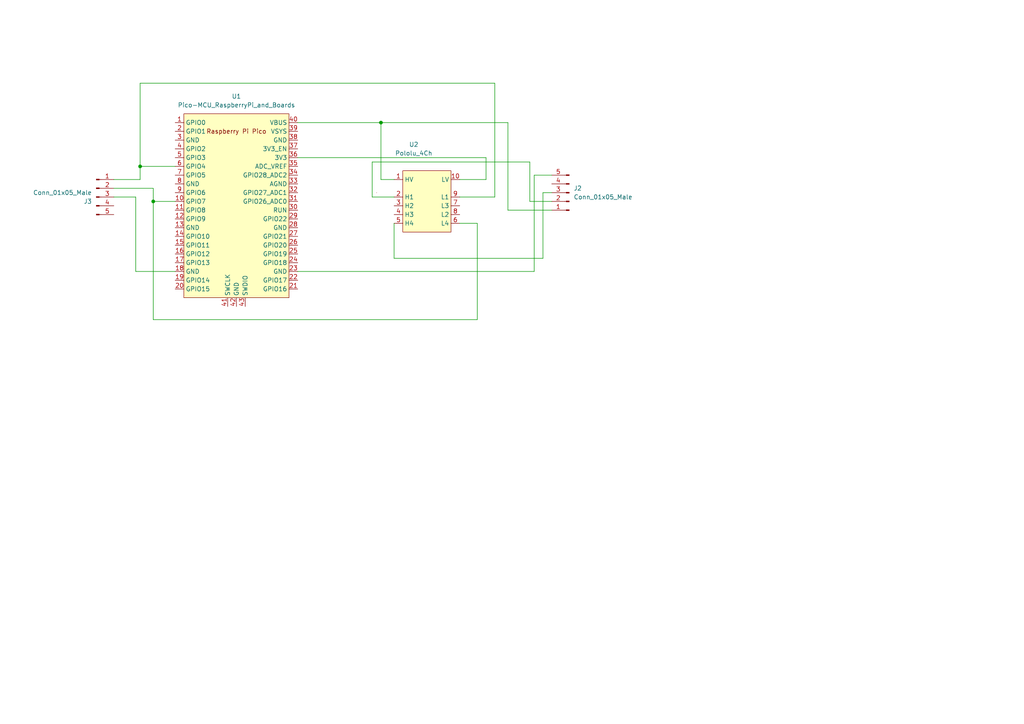
<source format=kicad_sch>
(kicad_sch (version 20211123) (generator eeschema)
  (paper "A4")
  (lib_symbols
    (symbol "Connector:Conn_01x05_Male" (pin_names (offset 1.016) hide)
      (property "Reference" "J" (at 0 7.62 0))
      (property "Value" "Conn_01x05_Male" (at 0 -7.62 0))
      (symbol "Conn_01x05_Male_1_1"
        (polyline (pts (xy 1.27 -5.08) (xy 0.8636 -5.08)) (stroke (width 0.1524)))
        (polyline (pts (xy 1.27 -2.54) (xy 0.8636 -2.54)) (stroke (width 0.1524)))
        (polyline (pts (xy 1.27 0) (xy 0.8636 0)) (stroke (width 0.1524)))
        (polyline (pts (xy 1.27 2.54) (xy 0.8636 2.54)) (stroke (width 0.1524)))
        (polyline (pts (xy 1.27 5.08) (xy 0.8636 5.08)) (stroke (width 0.1524)))
        (rectangle (start 0.8636 -4.953) (end 0 -5.207) (stroke (width 0.1524)) (fill (type outline)))
        (rectangle (start 0.8636 -2.413) (end 0 -2.667) (stroke (width 0.1524)) (fill (type outline)))
        (rectangle (start 0.8636 0.127) (end 0 -0.127) (stroke (width 0.1524)) (fill (type outline)))
        (rectangle (start 0.8636 2.667) (end 0 2.413) (stroke (width 0.1524)) (fill (type outline)))
        (rectangle (start 0.8636 5.207) (end 0 4.953) (stroke (width 0.1524)) (fill (type outline)))
        (pin passive line (at 5.08 5.08 180) (length 3.81) (name "Pin_1") (number "1"))
        (pin passive line (at 5.08 2.54 180) (length 3.81) (name "Pin_2") (number "2"))
        (pin passive line (at 5.08 0 180) (length 3.81) (name "Pin_3") (number "3"))
        (pin passive line (at 5.08 -2.54 180) (length 3.81) (name "Pin_4") (number "4"))
        (pin passive line (at 5.08 -5.08 180) (length 3.81) (name "Pin_5") (number "5"))
      )
    )
    (symbol "Polulu_Library:Pololu_4Ch"
      (property "Reference" "U" (at 0 0 0))
      (property "Value" "Pololu_4Ch" (at 11.43 -15.24 0))
      (symbol "Pololu_4Ch_0_1"
        (rectangle (start -5.08 -1.27) (end -5.08 -1.27))
        (rectangle (start 2.54 5.08) (end 16.51 -12.7) (fill (type background)))
      )
      (symbol "Pololu_4Ch_1_1"
        (pin power_in line (at 0 2.54 0) (length 2.54) (name "HV") (number "1"))
        (pin power_in line (at 19.05 2.54 180) (length 2.54) (name "LV") (number "10"))
        (pin output line (at 0 -2.54 0) (length 2.54) (name "H1") (number "2"))
        (pin output line (at 0 -5.08 0) (length 2.54) (name "H2") (number "3"))
        (pin output line (at 0 -7.62 0) (length 2.54) (name "H3") (number "4"))
        (pin output line (at 0 -10.16 0) (length 2.54) (name "H4") (number "5"))
        (pin input line (at 19.05 -10.16 180) (length 2.54) (name "L4") (number "6"))
        (pin input line (at 19.05 -5.08 180) (length 2.54) (name "L3") (number "7"))
        (pin input line (at 19.05 -7.62 180) (length 2.54) (name "L2") (number "8"))
        (pin input line (at 19.05 -2.54 180) (length 2.54) (name "L1") (number "9"))
      )
    )
    (symbol "pico-mcu_raspberrypi_and_boards:Pico-MCU_RaspberryPi_and_Boards"
      (property "Reference" "U" (at -13.97 27.94 0))
      (property "Value" "Pico-MCU_RaspberryPi_and_Boards" (at 0 19.05 0))
      (symbol "Pico-MCU_RaspberryPi_and_Boards_0_0"
        (text "Raspberry Pi Pico" (at 0 21.59 0) (effects (font (size 1.27 1.27))))
      )
      (symbol "Pico-MCU_RaspberryPi_and_Boards_0_1"
        (rectangle (start -15.24 26.67) (end 15.24 -26.67) (fill (type background)))
      )
      (symbol "Pico-MCU_RaspberryPi_and_Boards_1_1"
        (pin bidirectional line (at -17.78 24.13 0) (length 2.54) (name "GPIO0") (number "1"))
        (pin bidirectional line (at -17.78 1.27 0) (length 2.54) (name "GPIO7") (number "10"))
        (pin bidirectional line (at -17.78 -1.27 0) (length 2.54) (name "GPIO8") (number "11"))
        (pin bidirectional line (at -17.78 -3.81 0) (length 2.54) (name "GPIO9") (number "12"))
        (pin power_in line (at -17.78 -6.35 0) (length 2.54) (name "GND") (number "13"))
        (pin bidirectional line (at -17.78 -8.89 0) (length 2.54) (name "GPIO10") (number "14"))
        (pin bidirectional line (at -17.78 -11.43 0) (length 2.54) (name "GPIO11") (number "15"))
        (pin bidirectional line (at -17.78 -13.97 0) (length 2.54) (name "GPIO12") (number "16"))
        (pin bidirectional line (at -17.78 -16.51 0) (length 2.54) (name "GPIO13") (number "17"))
        (pin power_in line (at -17.78 -19.05 0) (length 2.54) (name "GND") (number "18"))
        (pin bidirectional line (at -17.78 -21.59 0) (length 2.54) (name "GPIO14") (number "19"))
        (pin bidirectional line (at -17.78 21.59 0) (length 2.54) (name "GPIO1") (number "2"))
        (pin bidirectional line (at -17.78 -24.13 0) (length 2.54) (name "GPIO15") (number "20"))
        (pin bidirectional line (at 17.78 -24.13 180) (length 2.54) (name "GPIO16") (number "21"))
        (pin bidirectional line (at 17.78 -21.59 180) (length 2.54) (name "GPIO17") (number "22"))
        (pin power_in line (at 17.78 -19.05 180) (length 2.54) (name "GND") (number "23"))
        (pin bidirectional line (at 17.78 -16.51 180) (length 2.54) (name "GPIO18") (number "24"))
        (pin bidirectional line (at 17.78 -13.97 180) (length 2.54) (name "GPIO19") (number "25"))
        (pin bidirectional line (at 17.78 -11.43 180) (length 2.54) (name "GPIO20") (number "26"))
        (pin bidirectional line (at 17.78 -8.89 180) (length 2.54) (name "GPIO21") (number "27"))
        (pin power_in line (at 17.78 -6.35 180) (length 2.54) (name "GND") (number "28"))
        (pin bidirectional line (at 17.78 -3.81 180) (length 2.54) (name "GPIO22") (number "29"))
        (pin power_in line (at -17.78 19.05 0) (length 2.54) (name "GND") (number "3"))
        (pin input line (at 17.78 -1.27 180) (length 2.54) (name "RUN") (number "30"))
        (pin bidirectional line (at 17.78 1.27 180) (length 2.54) (name "GPIO26_ADC0") (number "31"))
        (pin bidirectional line (at 17.78 3.81 180) (length 2.54) (name "GPIO27_ADC1") (number "32"))
        (pin power_in line (at 17.78 6.35 180) (length 2.54) (name "AGND") (number "33"))
        (pin bidirectional line (at 17.78 8.89 180) (length 2.54) (name "GPIO28_ADC2") (number "34"))
        (pin power_in line (at 17.78 11.43 180) (length 2.54) (name "ADC_VREF") (number "35"))
        (pin power_in line (at 17.78 13.97 180) (length 2.54) (name "3V3") (number "36"))
        (pin input line (at 17.78 16.51 180) (length 2.54) (name "3V3_EN") (number "37"))
        (pin bidirectional line (at 17.78 19.05 180) (length 2.54) (name "GND") (number "38"))
        (pin power_in line (at 17.78 21.59 180) (length 2.54) (name "VSYS") (number "39"))
        (pin bidirectional line (at -17.78 16.51 0) (length 2.54) (name "GPIO2") (number "4"))
        (pin power_in line (at 17.78 24.13 180) (length 2.54) (name "VBUS") (number "40"))
        (pin input line (at -2.54 -29.21 90) (length 2.54) (name "SWCLK") (number "41"))
        (pin power_in line (at 0 -29.21 90) (length 2.54) (name "GND") (number "42"))
        (pin bidirectional line (at 2.54 -29.21 90) (length 2.54) (name "SWDIO") (number "43"))
        (pin bidirectional line (at -17.78 13.97 0) (length 2.54) (name "GPIO3") (number "5"))
        (pin bidirectional line (at -17.78 11.43 0) (length 2.54) (name "GPIO4") (number "6"))
        (pin bidirectional line (at -17.78 8.89 0) (length 2.54) (name "GPIO5") (number "7"))
        (pin power_in line (at -17.78 6.35 0) (length 2.54) (name "GND") (number "8"))
        (pin bidirectional line (at -17.78 3.81 0) (length 2.54) (name "GPIO6") (number "9"))
      )
    )
  )
  (junction (at 44.45 58.42))
  (junction (at 110.49 35.56))
  (junction (at 40.64 48.26))
  (wire (pts (xy 40.64 48.26) (xy 40.64 52.07)))
  (wire (pts (xy 133.35 64.77) (xy 138.43 64.77)))
  (wire (pts (xy 147.32 60.96) (xy 147.32 35.56)))
  (wire (pts (xy 40.64 24.13) (xy 143.51 24.13)))
  (wire (pts (xy 140.97 45.72) (xy 140.97 52.07)))
  (wire (pts (xy 114.3 74.93) (xy 157.48 74.93)))
  (wire (pts (xy 44.45 58.42) (xy 44.45 54.61)))
  (wire (pts (xy 33.02 54.61) (xy 44.45 54.61)))
  (wire (pts (xy 110.49 52.07) (xy 110.49 35.56)))
  (wire (pts (xy 160.02 60.96) (xy 147.32 60.96)))
  (wire (pts (xy 138.43 92.71) (xy 44.45 92.71)))
  (wire (pts (xy 44.45 92.71) (xy 44.45 58.42)))
  (wire (pts (xy 140.97 45.72) (xy 86.36 45.72)))
  (wire (pts (xy 40.64 52.07) (xy 33.02 52.07)))
  (wire (pts (xy 157.48 74.93) (xy 157.48 55.88)))
  (wire (pts (xy 147.32 35.56) (xy 110.49 35.56)))
  (wire (pts (xy 153.67 46.99) (xy 153.67 58.42)))
  (wire (pts (xy 157.48 55.88) (xy 160.02 55.88)))
  (wire (pts (xy 153.67 58.42) (xy 160.02 58.42)))
  (wire (pts (xy 160.02 50.8) (xy 154.94 50.8)))
  (wire (pts (xy 154.94 78.74) (xy 86.36 78.74)))
  (wire (pts (xy 50.8 78.74) (xy 39.37 78.74)))
  (wire (pts (xy 39.37 78.74) (xy 39.37 57.15)))
  (wire (pts (xy 133.35 52.07) (xy 140.97 52.07)))
  (wire (pts (xy 33.02 57.15) (xy 39.37 57.15)))
  (wire (pts (xy 110.49 35.56) (xy 86.36 35.56)))
  (wire (pts (xy 40.64 48.26) (xy 50.8 48.26)))
  (wire (pts (xy 107.95 46.99) (xy 153.67 46.99)))
  (wire (pts (xy 40.64 24.13) (xy 40.64 48.26)))
  (wire (pts (xy 138.43 64.77) (xy 138.43 92.71)))
  (wire (pts (xy 154.94 50.8) (xy 154.94 78.74)))
  (wire (pts (xy 44.45 58.42) (xy 50.8 58.42)))
  (wire (pts (xy 143.51 24.13) (xy 143.51 57.15)))
  (wire (pts (xy 114.3 64.77) (xy 114.3 74.93)))
  (wire (pts (xy 133.35 57.15) (xy 143.51 57.15)))
  (wire (pts (xy 107.95 57.15) (xy 107.95 46.99)))
  (wire (pts (xy 114.3 52.07) (xy 110.49 52.07)))
  (wire (pts (xy 114.3 57.15) (xy 107.95 57.15)))
  (symbol (lib_id "pico-mcu_raspberrypi_and_boards:Pico-MCU_RaspberryPi_and_Boards") (at 68.58 59.69 0) (unit 1)
    (property "Reference" "U1" (at 68.58 27.94 0))
    (property "Value" "Pico-MCU_RaspberryPi_and_Boards" (at 68.58 30.48 0))
    (property "Footprint" "Package_DIP:DIP-40_W25.4mm_Socket_LongPads" (effects hide))
  )
  (symbol (lib_id "Connector:Conn_01x05_Male") (at 27.94 57.15 0) (unit 1)
    (property "Reference" "J3" (at 26.67 58.4201 0) (effects (justify right)))
    (property "Value" "Conn_01x05_Male" (at 26.67 55.8801 0) (effects (justify right)))
    (property "Footprint" "Connector_PinSocket_1.00mm:PinSocket_1x05_P1.00mm_Vertical" (effects hide))
  )
  (symbol (lib_id "Connector:Conn_01x05_Male") (at 165.1 55.88 180) (unit 1)
    (property "Reference" "J2" (at 166.37 54.6099 0) (effects (justify right)))
    (property "Value" "Conn_01x05_Male" (at 166.37 57.1499 0) (effects (justify right)))
    (property "Footprint" "Connector_PinSocket_1.00mm:PinSocket_1x05_P1.00mm_Vertical" (effects hide))
  )
  (symbol (lib_id "Polulu_Library:Pololu_4Ch") (at 114.3 54.61 0) (unit 1)
    (property "Reference" "U2" (at 120.015 41.91 0))
    (property "Value" "Pololu_4Ch" (at 120.015 44.45 0))
    (property "Footprint" "Package_DIP:DIP-10_W7.62mm" (effects hide))
  )
)
</source>
